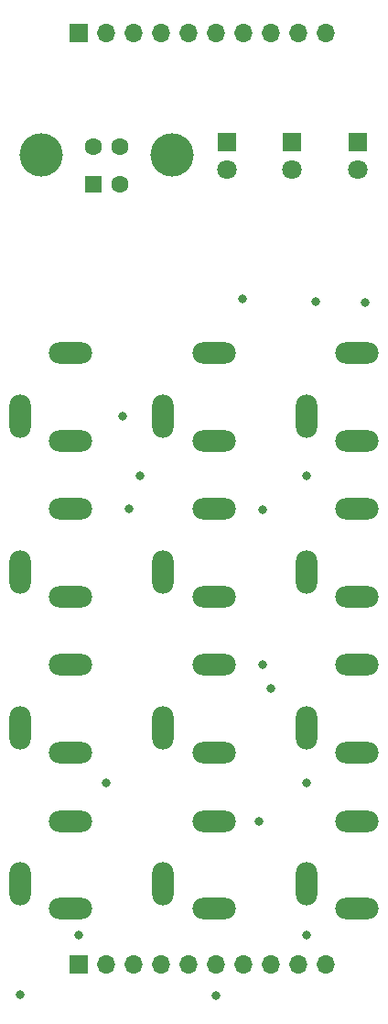
<source format=gbr>
%TF.GenerationSoftware,KiCad,Pcbnew,(6.0.6)*%
%TF.CreationDate,2022-11-26T15:19:07+01:00*%
%TF.ProjectId,vcer-midi-to-cv,76636572-2d6d-4696-9469-2d746f2d6376,rev?*%
%TF.SameCoordinates,Original*%
%TF.FileFunction,Copper,L3,Inr*%
%TF.FilePolarity,Positive*%
%FSLAX46Y46*%
G04 Gerber Fmt 4.6, Leading zero omitted, Abs format (unit mm)*
G04 Created by KiCad (PCBNEW (6.0.6)) date 2022-11-26 15:19:07*
%MOMM*%
%LPD*%
G01*
G04 APERTURE LIST*
%TA.AperFunction,ComponentPad*%
%ADD10O,4.000000X2.000000*%
%TD*%
%TA.AperFunction,ComponentPad*%
%ADD11O,2.000000X4.000000*%
%TD*%
%TA.AperFunction,ComponentPad*%
%ADD12R,1.800000X1.800000*%
%TD*%
%TA.AperFunction,ComponentPad*%
%ADD13C,1.800000*%
%TD*%
%TA.AperFunction,ComponentPad*%
%ADD14R,1.600000X1.600000*%
%TD*%
%TA.AperFunction,ComponentPad*%
%ADD15C,1.600000*%
%TD*%
%TA.AperFunction,ComponentPad*%
%ADD16C,4.000000*%
%TD*%
%TA.AperFunction,ComponentPad*%
%ADD17R,1.700000X1.700000*%
%TD*%
%TA.AperFunction,ComponentPad*%
%ADD18O,1.700000X1.700000*%
%TD*%
%TA.AperFunction,ViaPad*%
%ADD19C,0.800000*%
%TD*%
G04 APERTURE END LIST*
D10*
%TO.N,GND2*%
%TO.C,J18*%
X21547500Y-73445000D03*
%TO.N,Net-(J18-PadT)*%
X21547500Y-65345000D03*
D11*
X16847500Y-71145000D03*
%TD*%
D10*
%TO.N,GND2*%
%TO.C,J16*%
X21547500Y-44645000D03*
%TO.N,Net-(J16-PadT)*%
X21547500Y-36545000D03*
D11*
X16847500Y-42345000D03*
%TD*%
D12*
%TO.N,GND2*%
%TO.C,D3*%
X22720000Y-17045803D03*
D13*
%TO.N,Net-(D3-Pad2)*%
X22720000Y-19585803D03*
%TD*%
D10*
%TO.N,GND2*%
%TO.C,J19*%
X21547500Y-87845000D03*
%TO.N,Net-(J19-PadT)*%
X21547500Y-79745000D03*
D11*
X16847500Y-85545000D03*
%TD*%
D10*
%TO.N,GND2*%
%TO.C,J11*%
X8300000Y-87845000D03*
%TO.N,/fCV4*%
X8300000Y-79745000D03*
D11*
X3600000Y-85545000D03*
%TD*%
D14*
%TO.N,/fVB*%
%TO.C,J7*%
X10350000Y-20930000D03*
D15*
%TO.N,/fD-*%
X12850000Y-20930000D03*
%TO.N,/fD+*%
X12850000Y-17430000D03*
%TO.N,GND2*%
X10350000Y-17430000D03*
D16*
X17620000Y-18220000D03*
X5580000Y-18220000D03*
%TD*%
D10*
%TO.N,GND2*%
%TO.C,J8*%
X8300000Y-44645000D03*
%TO.N,/fCV1*%
X8300000Y-36545000D03*
D11*
X3600000Y-42345000D03*
%TD*%
D12*
%TO.N,GND2*%
%TO.C,D1*%
X28770000Y-17045803D03*
D13*
%TO.N,Net-(D1-Pad2)*%
X28770000Y-19585803D03*
%TD*%
D10*
%TO.N,GND2*%
%TO.C,J10*%
X8300000Y-73445000D03*
%TO.N,/fCV3*%
X8300000Y-65345000D03*
D11*
X3600000Y-71145000D03*
%TD*%
D10*
%TO.N,GND2*%
%TO.C,J13*%
X34795000Y-59045000D03*
%TO.N,/fV2*%
X34795000Y-50945000D03*
D11*
X30095000Y-56745000D03*
%TD*%
D10*
%TO.N,GND2*%
%TO.C,J9*%
X8300000Y-59045000D03*
%TO.N,/fCV2*%
X8300000Y-50945000D03*
D11*
X3600000Y-56745000D03*
%TD*%
D10*
%TO.N,GND2*%
%TO.C,J14*%
X34795000Y-73445000D03*
%TO.N,/fV3*%
X34795000Y-65345000D03*
D11*
X30095000Y-71145000D03*
%TD*%
D10*
%TO.N,GND2*%
%TO.C,J17*%
X21547500Y-59045000D03*
%TO.N,Net-(R25-Pad1)*%
X21547500Y-50945000D03*
D11*
X16847500Y-56745000D03*
%TD*%
D10*
%TO.N,GND2*%
%TO.C,J15*%
X34795000Y-87845000D03*
%TO.N,/fV4*%
X34795000Y-79745000D03*
D11*
X30095000Y-85545000D03*
%TD*%
D10*
%TO.N,GND2*%
%TO.C,J12*%
X34795000Y-44645000D03*
%TO.N,/fV1*%
X34795000Y-36545000D03*
D11*
X30095000Y-42345000D03*
%TD*%
D12*
%TO.N,GND2*%
%TO.C,D2*%
X34820000Y-17045803D03*
D13*
%TO.N,Net-(D2-Pad2)*%
X34820000Y-19585803D03*
%TD*%
D17*
%TO.N,/fVB*%
%TO.C,J3*%
X9000000Y-7000000D03*
D18*
%TO.N,/fD+*%
X11540000Y-7000000D03*
%TO.N,/fD-*%
X14080000Y-7000000D03*
%TO.N,/fG1*%
X16620000Y-7000000D03*
%TO.N,/fG2*%
X19160000Y-7000000D03*
%TO.N,/fG3*%
X21700000Y-7000000D03*
%TO.N,/fG4*%
X24240000Y-7000000D03*
%TO.N,/fL1*%
X26780000Y-7000000D03*
%TO.N,/fL2*%
X29320000Y-7000000D03*
%TO.N,/fPRG*%
X31860000Y-7000000D03*
%TD*%
D17*
%TO.N,/fV4*%
%TO.C,J4*%
X9000000Y-93000000D03*
D18*
%TO.N,/fV3*%
X11540000Y-93000000D03*
%TO.N,/fCV1*%
X14080000Y-93000000D03*
%TO.N,/fCV2*%
X16620000Y-93000000D03*
%TO.N,/fV1*%
X19160000Y-93000000D03*
%TO.N,/fCV4*%
X21700000Y-93000000D03*
%TO.N,/fL3*%
X24240000Y-93000000D03*
%TO.N,/fCV3*%
X26780000Y-93000000D03*
%TO.N,/fV2*%
X29320000Y-93000000D03*
%TO.N,GND2*%
X31860000Y-93000000D03*
%TD*%
D19*
%TO.N,/fCV1*%
X13050000Y-42360000D03*
%TO.N,/fCV3*%
X26790000Y-67520000D03*
%TO.N,/fV1*%
X14700000Y-47820000D03*
X30110000Y-47820000D03*
%TO.N,/fV3*%
X11540000Y-76240000D03*
X30070000Y-76240000D03*
%TO.N,/fL1*%
X30940000Y-31780000D03*
%TO.N,/fL3*%
X24220000Y-31550000D03*
%TO.N,/fL2*%
X35550000Y-31900000D03*
%TO.N,/fV4*%
X8990000Y-90320000D03*
X30110000Y-90290000D03*
%TO.N,/fCV4*%
X21730000Y-95840000D03*
X3640000Y-95820000D03*
%TO.N,/fCV2*%
X13690000Y-50940000D03*
%TO.N,Net-(R25-Pad1)*%
X26030000Y-50960000D03*
%TO.N,Net-(J18-PadT)*%
X26030000Y-65280000D03*
%TO.N,Net-(J19-PadT)*%
X25710000Y-79760000D03*
%TD*%
M02*

</source>
